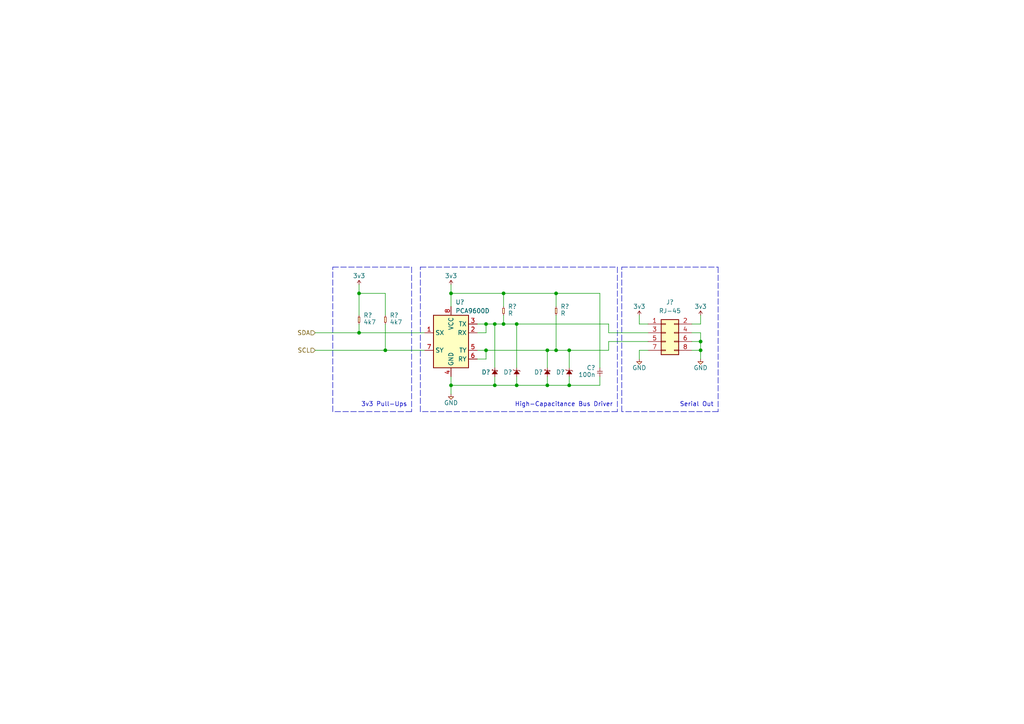
<source format=kicad_sch>
(kicad_sch (version 20211123) (generator eeschema)
  (paper "A4")
  (title_block (title "PROJECT ROYALE INSTRUMENTATION") (date "2021-11-26") (rev "2.1") (company "Cambridge University Spaceflight") (comment 1 "Drawn By Henry Franks"))
  (lib_symbols
    (symbol "cusf-kicad:GND" (power) (pin_numbers hide) (pin_names (offset 1.016) hide)
      (property "Value" "cusf-kicad_GND" (at 0 -2.54 0))
      (symbol "GND_0_1"
        (polyline (pts (xy 0 0) (xy 0 -0.762)))
        (polyline (pts (xy -0.762 -0.762) (xy 0.762 -0.762) (xy 0 -1.524) (xy -0.762 -0.762)) (fill (type background)))
      )
      (symbol "GND_1_1"
        (pin power_in line (at 0 0 180) (length 0) hide (name "GND") (number "1"))
      )
    )
    (symbol "royale:12v" (power) (pin_numbers hide) (pin_names (offset 1.016) hide)
      (property "Value" "12v" (at 0 2.286 0))
      (symbol "12v_0_1"
        (polyline (pts (xy 0 1.27) (xy 0.508 0.508)))
        (polyline (pts (xy 0 0) (xy 0 1.27) (xy -0.508 0.508)))
      )
      (symbol "12v_1_1"
        (pin power_in line (at 0 0 180) (length 0) hide (name "3v3") (number "1"))
      )
    )
    (symbol "royale:3v3" (power) (pin_numbers hide) (pin_names (offset 1.016) hide)
      (property "Value" "3v3" (at 0 2.286 0))
      (symbol "3v3_0_1"
        (polyline (pts (xy 0 1.27) (xy 0.508 0.508)))
        (polyline (pts (xy 0 0) (xy 0 1.27) (xy -0.508 0.508)))
      )
      (symbol "3v3_1_1"
        (pin power_in line (at 0 0 180) (length 0) hide (name "3v3") (number "1"))
      )
    )
    (symbol "royale:C" (pin_numbers hide) (pin_names (offset 1.016) hide)
      (property "Reference" "C" (at 1.27 1.778 0))
      (property "Value" "C" (at 1.27 -1.778 0))
      (symbol "C_0_1"
        (polyline (pts (xy 1.016 0.762) (xy 1.016 -0.762)))
        (polyline (pts (xy 1.524 0.762) (xy 1.524 -0.762)))
      )
      (symbol "C_1_1"
        (pin passive line (at 0 0 0) (length 1.016) (name "~") (number "1"))
        (pin passive line (at 2.54 0 180) (length 1.016) (name "~") (number "2"))
      )
    )
    (symbol "royale:Conn_02x04" (pin_names (offset 1.016) hide)
      (property "Reference" "J" (at 1.27 5.08 0))
      (property "Value" "Conn_02x04" (at 1.27 -7.62 0))
      (symbol "Conn_02x04_1_1"
        (rectangle (start -1.27 -4.953) (end 0 -5.207) (stroke (width 0.1524)))
        (rectangle (start -1.27 -2.413) (end 0 -2.667) (stroke (width 0.1524)))
        (rectangle (start -1.27 0.127) (end 0 -0.127) (stroke (width 0.1524)))
        (rectangle (start -1.27 2.667) (end 0 2.413) (stroke (width 0.1524)))
        (rectangle (start -1.27 3.81) (end 3.81 -6.35) (stroke (width 0.254)) (fill (type background)))
        (rectangle (start 3.81 -4.953) (end 2.54 -5.207) (stroke (width 0.1524)))
        (rectangle (start 3.81 -2.413) (end 2.54 -2.667) (stroke (width 0.1524)))
        (rectangle (start 3.81 0.127) (end 2.54 -0.127) (stroke (width 0.1524)))
        (rectangle (start 3.81 2.667) (end 2.54 2.413) (stroke (width 0.1524)))
        (pin passive line (at -5.08 2.54 0) (length 3.81) (name "Pin_1") (number "1"))
        (pin passive line (at 7.62 2.54 180) (length 3.81) (name "Pin_2") (number "2"))
        (pin passive line (at -5.08 0 0) (length 3.81) (name "Pin_3") (number "3"))
        (pin passive line (at 7.62 0 180) (length 3.81) (name "Pin_4") (number "4"))
        (pin passive line (at -5.08 -2.54 0) (length 3.81) (name "Pin_5") (number "5"))
        (pin passive line (at 7.62 -2.54 180) (length 3.81) (name "Pin_6") (number "6"))
        (pin passive line (at -5.08 -5.08 0) (length 3.81) (name "Pin_7") (number "7"))
        (pin passive line (at 7.62 -5.08 180) (length 3.81) (name "Pin_8") (number "8"))
      )
    )
    (symbol "royale:Diode_Schottky" (pin_numbers hide) (pin_names (offset 1.016) hide)
      (property "Reference" "D" (at 1.27 1.778 0))
      (symbol "Diode_Schottky_0_1"
        (polyline (pts (xy 0.762 0.762) (xy 0.762 -0.762)))
        (polyline (pts (xy 0.762 -0.762) (xy 1.016 -0.762) (xy 1.016 -0.508)))
        (polyline (pts (xy 0.762 0.762) (xy 0.508 0.762) (xy 0.508 0.508)))
        (polyline (pts (xy 1.778 0.762) (xy 0.762 0) (xy 1.778 -0.762) (xy 1.778 0.762)) (fill (type outline)))
      )
      (symbol "Diode_Schottky_1_1"
        (pin passive line (at 0 0 0) (length 0.762) (name "~") (number "1"))
        (pin passive line (at 2.54 0 180) (length 0.762) (name "~") (number "2"))
      )
    )
    (symbol "royale:Diode_Zener" (pin_numbers hide) (pin_names (offset 1.016) hide)
      (property "Reference" "D" (at 1.27 1.778 0))
      (symbol "Diode_Zener_0_1"
        (polyline (pts (xy 0.762 -0.762) (xy 1.016 -1.016)))
        (polyline (pts (xy 0.762 0.762) (xy 0.508 1.016)))
        (polyline (pts (xy 0.762 0.762) (xy 0.762 -0.762)))
        (polyline (pts (xy 1.778 0.762) (xy 0.762 0) (xy 1.778 -0.762) (xy 1.778 0.762)) (fill (type outline)))
      )
      (symbol "Diode_Zener_1_1"
        (pin passive line (at 0 0 0) (length 0.762) (name "~") (number "1"))
        (pin passive line (at 2.54 0 180) (length 0.762) (name "~") (number "2"))
      )
    )
    (symbol "royale:GND" (power) (pin_numbers hide) (pin_names (offset 1.016) hide)
      (property "Value" "GND" (at 0 -2.54 0))
      (symbol "GND_0_1"
        (polyline (pts (xy 0 0) (xy 0 -0.762)))
        (polyline (pts (xy -0.762 -0.762) (xy 0.762 -0.762) (xy 0 -1.524) (xy -0.762 -0.762)) (fill (type background)))
      )
      (symbol "GND_1_1"
        (pin power_in line (at 0 0 180) (length 0) hide (name "GND") (number "1"))
      )
    )
    (symbol "royale:PCA9600D"
      (property "Reference" "U" (at -5.08 8.89 0))
      (property "Value" "PCA9600D" (at 1.27 8.89 0))
      (symbol "PCA9600D_0_1"
        (rectangle (start -5.08 7.62) (end 5.08 -7.62) (stroke (width 0.254)) (fill (type background)))
      )
      (symbol "PCA9600D_1_1"
        (pin bidirectional line (at -7.62 2.54 0) (length 2.54) (name "SX") (number "1"))
        (pin input line (at 7.62 2.54 180) (length 2.54) (name "RX") (number "2"))
        (pin open_collector line (at 7.62 5.08 180) (length 2.54) (name "TX") (number "3"))
        (pin power_in line (at 0 -10.16 90) (length 2.54) (name "GND") (number "4"))
        (pin open_collector line (at 7.62 -2.54 180) (length 2.54) (name "TY") (number "5"))
        (pin input line (at 7.62 -5.08 180) (length 2.54) (name "RY") (number "6"))
        (pin bidirectional line (at -7.62 -2.54 0) (length 2.54) (name "SY") (number "7"))
        (pin power_in line (at 0 10.16 270) (length 2.54) (name "VCC") (number "8"))
      )
    )
    (symbol "royale:R" (pin_numbers hide) (pin_names (offset 1.016) hide)
      (property "Reference" "R" (at 1.27 1.27 0))
      (property "Value" "R" (at 1.27 -1.27 0))
      (symbol "R_0_1"
        (rectangle (start 0.508 0.254) (end 2.032 -0.254) (fill (type background)))
      )
      (symbol "R_1_1"
        (pin passive line (at 0 0 0) (length 0.508) (name "~") (number "1"))
        (pin passive line (at 2.54 0 180) (length 0.508) (name "~") (number "2"))
      )
    )
  )
  (junction (at 165.1 101.6))
  (junction (at 143.51 93.98))
  (junction (at 146.05 93.98))
  (junction (at 130.81 111.76))
  (junction (at 130.81 85.09))
  (junction (at 158.75 101.6))
  (junction (at 104.14 85.09))
  (junction (at 140.97 101.6))
  (junction (at 161.29 101.6))
  (junction (at 104.14 96.52))
  (junction (at 203.2 99.06))
  (junction (at 165.1 111.76))
  (junction (at 146.05 85.09))
  (junction (at 149.86 111.76))
  (junction (at 140.97 93.98))
  (junction (at 203.2 101.6))
  (junction (at 111.76 101.6))
  (junction (at 143.51 111.76))
  (junction (at 158.75 111.76))
  (junction (at 161.29 85.09))
  (junction (at 149.86 93.98))
  (wire (pts (xy 161.29 88.9) (xy 161.29 85.09)))
  (wire (pts (xy 149.86 111.76) (xy 158.75 111.76)))
  (wire (pts (xy 185.42 93.98) (xy 185.42 91.44)))
  (wire (pts (xy 146.05 85.09) (xy 130.81 85.09)))
  (wire (pts (xy 161.29 101.6) (xy 165.1 101.6)))
  (wire (pts (xy 146.05 88.9) (xy 146.05 85.09)))
  (wire (pts (xy 200.66 93.98) (xy 203.2 93.98)))
  (wire (pts (xy 176.53 99.06) (xy 176.53 101.6)))
  (wire (pts (xy 138.43 93.98) (xy 140.97 93.98)))
  (wire (pts (xy 143.51 111.76) (xy 149.86 111.76)))
  (wire (pts (xy 143.51 109.22) (xy 143.51 111.76)))
  (wire (pts (xy 140.97 101.6) (xy 158.75 101.6)))
  (wire (pts (xy 173.99 111.76) (xy 173.99 109.22)))
  (wire (pts (xy 158.75 111.76) (xy 165.1 111.76)))
  (wire (pts (xy 149.86 106.68) (xy 149.86 93.98)))
  (polyline (pts (xy 179.07 119.38) (xy 121.92 119.38)))
  (polyline (pts (xy 180.34 119.38) (xy 180.34 77.47)))
  (wire (pts (xy 200.66 96.52) (xy 203.2 96.52)))
  (wire (pts (xy 138.43 104.14) (xy 140.97 104.14)))
  (wire (pts (xy 165.1 111.76) (xy 173.99 111.76)))
  (wire (pts (xy 158.75 106.68) (xy 158.75 101.6)))
  (wire (pts (xy 104.14 91.44) (xy 104.14 85.09)))
  (polyline (pts (xy 208.28 119.38) (xy 180.34 119.38)))
  (wire (pts (xy 111.76 85.09) (xy 111.76 91.44)))
  (wire (pts (xy 111.76 101.6) (xy 91.44 101.6)))
  (wire (pts (xy 143.51 93.98) (xy 146.05 93.98)))
  (polyline (pts (xy 119.38 119.38) (xy 96.52 119.38)))
  (wire (pts (xy 130.81 88.9) (xy 130.81 85.09)))
  (wire (pts (xy 165.1 101.6) (xy 165.1 106.68)))
  (wire (pts (xy 173.99 85.09) (xy 161.29 85.09)))
  (polyline (pts (xy 121.92 77.47) (xy 179.07 77.47)))
  (wire (pts (xy 130.81 85.09) (xy 130.81 82.55)))
  (wire (pts (xy 143.51 111.76) (xy 130.81 111.76)))
  (wire (pts (xy 173.99 106.68) (xy 173.99 85.09)))
  (wire (pts (xy 185.42 101.6) (xy 185.42 104.14)))
  (wire (pts (xy 165.1 101.6) (xy 176.53 101.6)))
  (polyline (pts (xy 96.52 119.38) (xy 96.52 77.47)))
  (wire (pts (xy 140.97 96.52) (xy 140.97 93.98)))
  (polyline (pts (xy 208.28 77.47) (xy 208.28 119.38)))
  (wire (pts (xy 138.43 96.52) (xy 140.97 96.52)))
  (wire (pts (xy 200.66 99.06) (xy 203.2 99.06)))
  (wire (pts (xy 203.2 101.6) (xy 203.2 104.14)))
  (wire (pts (xy 104.14 85.09) (xy 111.76 85.09)))
  (wire (pts (xy 130.81 109.22) (xy 130.81 111.76)))
  (wire (pts (xy 104.14 96.52) (xy 104.14 93.98)))
  (polyline (pts (xy 96.52 77.47) (xy 119.38 77.47)))
  (wire (pts (xy 143.51 93.98) (xy 143.51 106.68)))
  (wire (pts (xy 158.75 111.76) (xy 158.75 109.22)))
  (wire (pts (xy 149.86 111.76) (xy 149.86 109.22)))
  (wire (pts (xy 104.14 96.52) (xy 91.44 96.52)))
  (wire (pts (xy 146.05 93.98) (xy 149.86 93.98)))
  (polyline (pts (xy 179.07 77.47) (xy 179.07 119.38)))
  (wire (pts (xy 130.81 111.76) (xy 130.81 114.3)))
  (wire (pts (xy 165.1 111.76) (xy 165.1 109.22)))
  (wire (pts (xy 123.19 96.52) (xy 104.14 96.52)))
  (polyline (pts (xy 180.34 77.47) (xy 208.28 77.47)))
  (polyline (pts (xy 119.38 77.47) (xy 119.38 119.38)))
  (wire (pts (xy 111.76 101.6) (xy 123.19 101.6)))
  (wire (pts (xy 140.97 93.98) (xy 143.51 93.98)))
  (polyline (pts (xy 121.92 119.38) (xy 121.92 77.47)))
  (wire (pts (xy 149.86 93.98) (xy 176.53 93.98)))
  (wire (pts (xy 161.29 91.44) (xy 161.29 101.6)))
  (wire (pts (xy 146.05 93.98) (xy 146.05 91.44)))
  (wire (pts (xy 158.75 101.6) (xy 161.29 101.6)))
  (wire (pts (xy 161.29 85.09) (xy 146.05 85.09)))
  (wire (pts (xy 200.66 101.6) (xy 203.2 101.6)))
  (wire (pts (xy 203.2 96.52) (xy 203.2 99.06)))
  (wire (pts (xy 176.53 99.06) (xy 187.96 99.06)))
  (wire (pts (xy 203.2 99.06) (xy 203.2 101.6)))
  (wire (pts (xy 203.2 93.98) (xy 203.2 91.44)))
  (wire (pts (xy 176.53 96.52) (xy 187.96 96.52)))
  (wire (pts (xy 187.96 101.6) (xy 185.42 101.6)))
  (wire (pts (xy 138.43 101.6) (xy 140.97 101.6)))
  (wire (pts (xy 176.53 93.98) (xy 176.53 96.52)))
  (wire (pts (xy 104.14 85.09) (xy 104.14 82.55)))
  (wire (pts (xy 111.76 93.98) (xy 111.76 101.6)))
  (wire (pts (xy 187.96 93.98) (xy 185.42 93.98)))
  (wire (pts (xy 140.97 104.14) (xy 140.97 101.6)))
  (text "Serial Out" (at 207.01 118.11 180) (effects (font (size 1.27 1.27)) (justify right bottom)))
  (text "3v3 Pull-Ups" (at 118.11 118.11 180) (effects (font (size 1.27 1.27)) (justify right bottom)))
  (text "High-Capacitance Bus Driver" (at 177.8 118.11 180) (effects (font (size 1.27 1.27)) (justify right bottom)))
  (hierarchical_label "SCL" (shape input) (at 91.44 101.6 180))
  (hierarchical_label "SDA" (shape input) (at 91.44 96.52 180))
  (symbol (lib_id "royale:PCA9600D") (at 130.81 99.06 0)
    (property "Reference" "U?" (at 132.08 87.63 0) (effects (justify left)))
    (property "Value" "PCA9600D" (at 132.08 90.17 0) (effects (justify left)))
    (property "Footprint" "Package_SO:SO-8_3.9x4.9mm_P1.27mm" (effects hide))
    (property "Datasheet" "https://www.nxp.com/docs/en/data-sheet/PCA9600.pdf" (effects hide))
  )
  (symbol (lib_id "royale:Diode_Schottky") (at 143.51 106.68 90) (mirror x)
    (property "Reference" "D?" (at 142.24 107.95 90) (effects (justify left)))
    (property "Value" "Diode_Schottky" (effects hide))
  )
  (symbol (lib_id "royale:Diode_Zener") (at 149.86 106.68 90) (mirror x)
    (property "Reference" "D?" (at 148.59 107.95 90) (effects (justify left)))
    (property "Value" "Diode_Zener" (effects hide))
  )
  (symbol (lib_id "royale:Diode_Schottky") (at 158.75 106.68 90) (mirror x)
    (property "Reference" "D?" (at 157.48 107.95 90) (effects (justify left)))
    (property "Value" "Diode_Schottky" (effects hide))
  )
  (symbol (lib_id "royale:Diode_Zener") (at 165.1 106.68 90) (mirror x)
    (property "Reference" "D?" (at 163.83 107.95 90) (effects (justify left)))
    (property "Value" "Diode_Zener" (effects hide))
  )
  (symbol (lib_id "royale:R") (at 111.76 91.44 270)
    (property "Reference" "R?" (at 113.03 91.44 90) (effects (justify left)))
    (property "Value" "4k7" (at 113.03 92.71 90) (effects (justify left top)))
  )
  (symbol (lib_id "royale:R") (at 104.14 91.44 270)
    (property "Reference" "R?" (at 105.41 91.44 90) (effects (justify left)))
    (property "Value" "4k7" (at 105.41 92.71 90) (effects (justify left top)))
  )
  (symbol (lib_id "royale:R") (at 146.05 88.9 270)
    (property "Reference" "R?" (at 147.32 88.9 90) (effects (justify left)))
    (property "Value" "R" (at 147.32 90.17 90) (effects (justify left top)))
  )
  (symbol (lib_id "royale:R") (at 161.29 88.9 270)
    (property "Reference" "R?" (at 162.56 88.9 90) (effects (justify left)))
    (property "Value" "R" (at 162.56 90.17 90) (effects (justify left top)))
  )
  (symbol (lib_id "royale:12v") (at 130.81 82.55 0)
    (property "Reference" "#PWR?" (effects hide))
    (property "Value" "12v" (at 130.81 80.01 0))
  )
  (symbol (lib_id "cusf-kicad:GND") (at 130.81 114.3 0)
    (property "Reference" "#PWR?" (effects hide))
    (property "Value" "GND" (at 130.81 116.84 0))
  )
  (symbol (lib_id "royale:GND") (at 203.2 104.14 0)
    (property "Reference" "#PWR?" (effects hide))
    (property "Value" "GND" (at 203.2 106.68 0))
  )
  (symbol (lib_id "royale:GND") (at 185.42 104.14 0)
    (property "Reference" "#PWR?" (effects hide))
    (property "Value" "GND" (at 185.42 106.68 0))
  )
  (symbol (lib_id "royale:Conn_02x04") (at 193.04 96.52 0)
    (property "Reference" "J?" (at 194.31 87.63 0))
    (property "Value" "RJ-45" (at 194.31 90.17 0))
    (property "Farnell" "3048927" (effects hide))
  )
  (symbol (lib_id "royale:3v3") (at 104.14 82.55 0)
    (property "Reference" "#PWR?" (effects hide))
    (property "Value" "3v3" (at 104.14 80.01 0))
  )
  (symbol (lib_id "royale:C") (at 173.99 106.68 90) (mirror x)
    (property "Reference" "C?" (at 172.72 106.68 90) (effects (justify left)))
    (property "Value" "100n" (at 172.72 107.95 90) (effects (justify left top)))
  )
  (symbol (lib_id "royale:12v") (at 185.42 91.44 0)
    (property "Reference" "#PWR?" (effects hide))
    (property "Value" "12v" (at 185.42 88.9 0))
  )
  (symbol (lib_id "royale:12v") (at 203.2 91.44 0)
    (property "Reference" "#PWR?" (effects hide))
    (property "Value" "12v" (at 203.2 88.9 0))
  )
)
</source>
